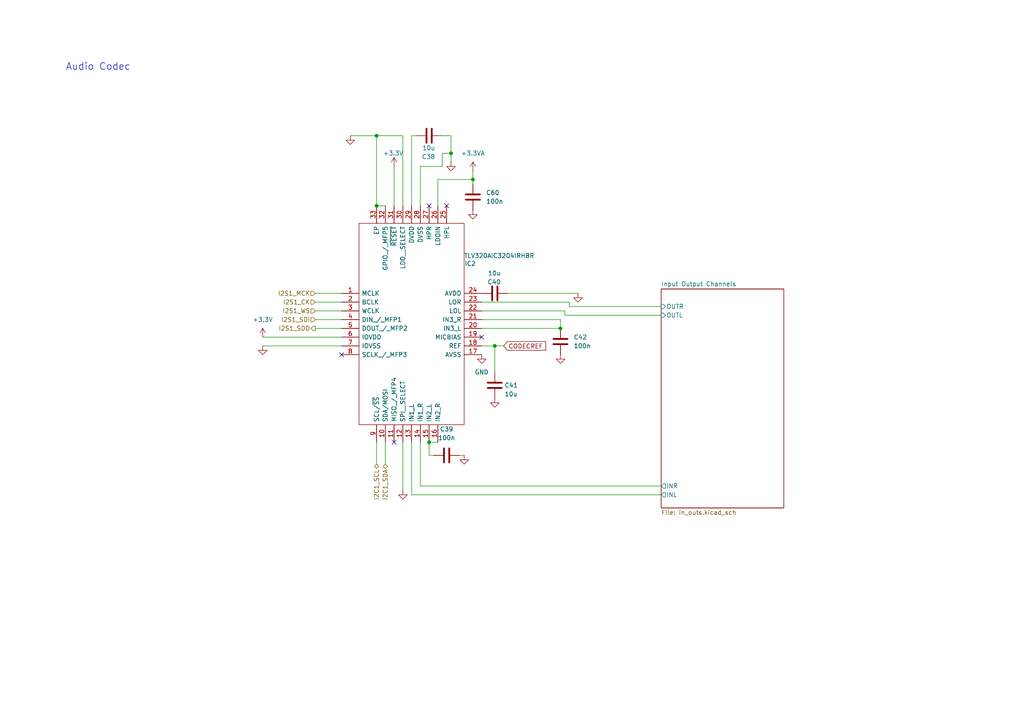
<source format=kicad_sch>
(kicad_sch (version 20231120) (generator "eeschema") (generator_version "8.0")
  (paper "A4")
  (lib_symbols
    (symbol "Device:C" (pin_numbers hide) (pin_names (offset 0.254))
      (property "Reference" "C" (at 0.635 2.54 0))
      (property "Value" "C" (at 0.635 -2.54 0))
      (symbol "C_0_1"
        (polyline (pts (xy -2.032 -0.762) (xy 2.032 -0.762)) (stroke (width 0.508)))
        (polyline (pts (xy -2.032 0.762) (xy 2.032 0.762)) (stroke (width 0.508)))
      )
      (symbol "C_1_1"
        (pin passive line (at 0 3.81 270) (length 2.794) (name "~") (number "1"))
        (pin passive line (at 0 -3.81 90) (length 2.794) (name "~") (number "2"))
      )
    )
    (symbol "Eurorack_components:TLV320AIC3204IRHBR" (pin_names (offset 0.762))
      (property "Reference" "IC1" (at 34.544 24.638 0))
      (property "Value" "TLV320AIC3204IRHBR" (at 42.926 21.844 0))
      (symbol "TLV320AIC3204IRHBR_0_0"
        (pin passive line (at 0 0 0) (length 5.08) (name "MCLK") (number "1"))
        (pin passive line (at 12.7 -43.18 90) (length 5.08) (name "SDA/MOSI") (number "10"))
        (pin passive line (at 15.24 -43.18 90) (length 5.08) (name "MISO_/_MFP4") (number "11"))
        (pin passive line (at 17.78 -43.18 90) (length 5.08) (name "SPI__SELECT") (number "12"))
        (pin passive line (at 20.32 -43.18 90) (length 5.08) (name "IN1_L") (number "13"))
        (pin passive line (at 22.86 -43.18 90) (length 5.08) (name "IN1_R") (number "14"))
        (pin passive line (at 25.4 -43.18 90) (length 5.08) (name "IN2_L") (number "15"))
        (pin passive line (at 27.94 -43.18 90) (length 5.08) (name "IN2_R") (number "16"))
        (pin passive line (at 40.64 -17.78 180) (length 5.08) (name "AVSS") (number "17"))
        (pin passive line (at 40.64 -15.24 180) (length 5.08) (name "REF") (number "18"))
        (pin passive line (at 40.64 -12.7 180) (length 5.08) (name "MICBIAS") (number "19"))
        (pin passive line (at 0 -2.54 0) (length 5.08) (name "BCLK") (number "2"))
        (pin passive line (at 40.64 -10.16 180) (length 5.08) (name "IN3_L") (number "20"))
        (pin passive line (at 40.64 -7.62 180) (length 5.08) (name "IN3_R") (number "21"))
        (pin passive line (at 40.64 -5.08 180) (length 5.08) (name "LOL") (number "22"))
        (pin passive line (at 40.64 -2.54 180) (length 5.08) (name "LOR") (number "23"))
        (pin passive line (at 40.64 0 180) (length 5.08) (name "AVDD") (number "24"))
        (pin passive line (at 30.48 25.4 270) (length 5.08) (name "HPL") (number "25"))
        (pin passive line (at 27.94 25.4 270) (length 5.08) (name "LDOIN") (number "26"))
        (pin passive line (at 25.4 25.4 270) (length 5.08) (name "HPR") (number "27"))
        (pin passive line (at 22.86 25.4 270) (length 5.08) (name "DVSS") (number "28"))
        (pin passive line (at 20.32 25.4 270) (length 5.08) (name "DVDD") (number "29"))
        (pin passive line (at 0 -5.08 0) (length 5.08) (name "WCLK") (number "3"))
        (pin passive line (at 17.78 25.4 270) (length 5.08) (name "LDO__SELECT") (number "30"))
        (pin passive line (at 15.24 25.4 270) (length 5.08) (name "~{RESET}") (number "31"))
        (pin passive line (at 12.7 25.4 270) (length 5.08) (name "GPIO_/_MFP5") (number "32"))
        (pin passive line (at 10.16 25.4 270) (length 5.08) (name "EP") (number "33"))
        (pin passive line (at 0 -7.62 0) (length 5.08) (name "DIN_/_MFP1") (number "4"))
        (pin passive line (at 0 -10.16 0) (length 5.08) (name "DOUT_/_MFP2") (number "5"))
        (pin passive line (at 0 -12.7 0) (length 5.08) (name "IOVDD") (number "6"))
        (pin passive line (at 0 -15.24 0) (length 5.08) (name "IOVSS") (number "7"))
        (pin passive line (at 0 -17.78 0) (length 5.08) (name "SCLK_/_MFP3") (number "8"))
        (pin passive line (at 10.16 -43.18 90) (length 5.08) (name "SCL/~{SS}") (number "9"))
      )
      (symbol "TLV320AIC3204IRHBR_0_1"
        (polyline (pts (xy 5.08 20.32) (xy 35.56 20.32) (xy 35.56 -38.1) (xy 5.08 -38.1) (xy 5.08 20.32)) (stroke (width 0.1524)))
      )
    )
    (symbol "power:+3.3VA" (power) (pin_numbers hide) (pin_names (offset 0) hide)
      (property "Value" "+3.3VA" (at 0 3.556 0))
      (symbol "+3.3VA_0_1"
        (polyline (pts (xy -0.762 1.27) (xy 0 2.54)))
        (polyline (pts (xy 0 0) (xy 0 2.54)))
        (polyline (pts (xy 0 2.54) (xy 0.762 1.27)))
      )
      (symbol "+3.3VA_1_1"
        (pin power_in line (at 0 0 90) (length 0) (name "~") (number "1"))
      )
    )
    (symbol "power:+3V3" (power) (pin_numbers hide) (pin_names (offset 0) hide)
      (property "Value" "+3V3" (at 0 3.556 0))
      (symbol "+3V3_0_1"
        (polyline (pts (xy -0.762 1.27) (xy 0 2.54)))
        (polyline (pts (xy 0 0) (xy 0 2.54)))
        (polyline (pts (xy 0 2.54) (xy 0.762 1.27)))
      )
      (symbol "+3V3_1_1"
        (pin power_in line (at 0 0 90) (length 0) (name "~") (number "1"))
      )
    )
    (symbol "power:GND" (power) (pin_numbers hide) (pin_names (offset 0) hide)
      (property "Value" "GND" (at 0 -3.81 0))
      (symbol "GND_0_1"
        (polyline (pts (xy 0 0) (xy 0 -1.27) (xy 1.27 -1.27) (xy 0 -2.54) (xy -1.27 -1.27) (xy 0 -1.27)))
      )
      (symbol "GND_1_1"
        (pin power_in line (at 0 0 270) (length 0) (name "~") (number "1"))
      )
    )
  )
  (junction (at 124.46 128.27))
  (junction (at 162.56 95.25))
  (junction (at 143.51 100.33))
  (junction (at 130.81 44.45))
  (junction (at 109.22 39.37))
  (junction (at 109.22 59.69))
  (junction (at 137.16 52.07))
  (no_connect (at 124.46 59.69))
  (no_connect (at 114.3 128.27))
  (no_connect (at 139.7 97.79))
  (no_connect (at 99.06 102.87))
  (no_connect (at 129.54 59.69))
  (wire (pts (xy 124.46 132.08) (xy 125.73 132.08)))
  (wire (pts (xy 139.7 95.25) (xy 162.56 95.25)))
  (wire (pts (xy 163.83 90.17) (xy 139.7 90.17)))
  (wire (pts (xy 116.84 128.27) (xy 116.84 142.24)))
  (wire (pts (xy 165.1 88.9) (xy 165.1 87.63)))
  (wire (pts (xy 128.27 44.45) (xy 130.81 44.45)))
  (wire (pts (xy 124.46 128.27) (xy 127 128.27)))
  (wire (pts (xy 134.62 132.08) (xy 133.35 132.08)))
  (wire (pts (xy 76.2 100.33) (xy 99.06 100.33)))
  (wire (pts (xy 119.38 39.37) (xy 120.65 39.37)))
  (wire (pts (xy 121.92 48.26) (xy 121.92 59.69)))
  (wire (pts (xy 139.7 92.71) (xy 162.56 92.71)))
  (wire (pts (xy 130.81 44.45) (xy 130.81 46.99)))
  (wire (pts (xy 130.81 39.37) (xy 130.81 44.45)))
  (wire (pts (xy 163.83 91.44) (xy 191.77 91.44)))
  (wire (pts (xy 99.06 85.09) (xy 91.44 85.09)))
  (wire (pts (xy 111.76 128.27) (xy 111.76 134.62)))
  (wire (pts (xy 162.56 92.71) (xy 162.56 95.25)))
  (wire (pts (xy 116.84 39.37) (xy 116.84 59.69)))
  (wire (pts (xy 163.83 91.44) (xy 163.83 90.17)))
  (wire (pts (xy 109.22 128.27) (xy 109.22 134.62)))
  (wire (pts (xy 127 52.07) (xy 127 59.69)))
  (wire (pts (xy 121.92 48.26) (xy 128.27 48.26)))
  (wire (pts (xy 137.16 52.07) (xy 137.16 53.34)))
  (wire (pts (xy 143.51 100.33) (xy 146.05 100.33)))
  (wire (pts (xy 143.51 100.33) (xy 143.51 107.95)))
  (wire (pts (xy 99.06 92.71) (xy 91.44 92.71)))
  (wire (pts (xy 99.06 87.63) (xy 91.44 87.63)))
  (wire (pts (xy 119.38 39.37) (xy 119.38 59.69)))
  (wire (pts (xy 109.22 59.69) (xy 109.22 39.37)))
  (wire (pts (xy 109.22 39.37) (xy 116.84 39.37)))
  (wire (pts (xy 167.64 85.09) (xy 147.32 85.09)))
  (wire (pts (xy 121.92 140.97) (xy 121.92 128.27)))
  (wire (pts (xy 139.7 100.33) (xy 143.51 100.33)))
  (wire (pts (xy 114.3 48.26) (xy 114.3 59.69)))
  (wire (pts (xy 137.16 49.53) (xy 137.16 52.07)))
  (wire (pts (xy 101.6 39.37) (xy 109.22 39.37)))
  (wire (pts (xy 191.77 140.97) (xy 121.92 140.97)))
  (wire (pts (xy 128.27 39.37) (xy 130.81 39.37)))
  (wire (pts (xy 128.27 48.26) (xy 128.27 44.45)))
  (wire (pts (xy 124.46 132.08) (xy 124.46 128.27)))
  (wire (pts (xy 99.06 90.17) (xy 91.44 90.17)))
  (wire (pts (xy 165.1 87.63) (xy 139.7 87.63)))
  (wire (pts (xy 109.22 59.69) (xy 111.76 59.69)))
  (wire (pts (xy 165.1 88.9) (xy 191.77 88.9)))
  (wire (pts (xy 119.38 128.27) (xy 119.38 143.51)))
  (wire (pts (xy 99.06 95.25) (xy 91.44 95.25)))
  (wire (pts (xy 99.06 97.79) (xy 76.2 97.79)))
  (wire (pts (xy 191.77 143.51) (xy 119.38 143.51)))
  (wire (pts (xy 137.16 52.07) (xy 127 52.07)))
  (text "Audio Codec" (at 19.05 18.288 0) (effects (font (size 2 2)) (justify left top)))
  (global_label "CODECREF" (shape input) (at 146.05 100.33 0) (property "Intersheetrefs" "${INTERSHEET_REFS}" (effects (hide yes))))
  (hierarchical_label "I2S1_SDO" (shape output) (at 91.44 95.25 180))
  (hierarchical_label "I2C1_SCL" (shape bidirectional) (at 109.22 134.62 270))
  (hierarchical_label "I2S1_MCK" (shape input) (at 91.44 85.09 180))
  (hierarchical_label "I2S1_WS" (shape input) (at 91.44 90.17 180))
  (hierarchical_label "I2S1_SDI" (shape input) (at 91.44 92.71 180))
  (hierarchical_label "I2C1_SDA" (shape bidirectional) (at 111.76 134.62 270))
  (hierarchical_label "I2S1_CK" (shape input) (at 91.44 87.63 180))
  (symbol (lib_id "power:GND") (at 167.64 85.09 0) (unit 1)
    (property "Reference" "#PWR061" (effects (hide yes)))
    (property "Value" "GND" (effects (hide yes)))
    (property "Description" "Power symbol creates a global label with name \"GND\" , ground" (effects (hide yes)))
  )
  (symbol (lib_id "power:GND") (at 137.16 60.96 0) (unit 1)
    (property "Reference" "#PWR0105" (effects (hide yes)))
    (property "Value" "GND" (effects (hide yes)))
    (property "Description" "Power symbol creates a global label with name \"GND\" , ground" (effects (hide yes)))
  )
  (symbol (lib_id "power:+3V3") (at 114.3 48.26 0) (unit 1)
    (property "Reference" "#PWR053" (effects (hide yes)))
    (property "Value" "+3.3V" (at 114.046 44.45 0))
    (property "Description" "Power symbol creates a global label with name \"+3V3\"" (effects (hide yes)))
  )
  (symbol (lib_id "power:GND") (at 134.62 132.08 0) (unit 1)
    (property "Reference" "#PWR056" (effects (hide yes)))
    (property "Value" "GND" (effects (hide yes)))
    (property "Description" "Power symbol creates a global label with name \"GND\" , ground" (effects (hide yes)))
  )
  (symbol (lib_id "Device:C") (at 143.51 111.76 180) (unit 1)
    (property "Reference" "C41" (at 146.304 111.76 0) (effects (justify right)))
    (property "Value" "10u" (at 146.304 114.3 0) (effects (justify right)))
    (property "Footprint" "Capacitor_SMD:C_0603_1608Metric" (effects (hide yes)))
    (property "Description" "Unpolarized capacitor" (effects (hide yes)))
    (property "Manufacturer_Name" " Murata Electronics " (effects (hide yes)))
    (property "Manufacturer_Part_Number" " GRM188R61E106KA73D " (effects (hide yes)))
    (property "Mouser Part Number" " 81-GRM188R61E106KA3D " (effects (hide yes)))
  )
  (symbol (lib_id "Device:C") (at 124.46 39.37 270) (unit 1)
    (property "Reference" "C38" (at 126.238 45.466 90) (effects (justify right)))
    (property "Value" "10u" (at 126.238 42.926 90) (effects (justify right)))
    (property "Footprint" "Capacitor_SMD:C_0603_1608Metric" (effects (hide yes)))
    (property "Description" "Unpolarized capacitor" (effects (hide yes)))
    (property "Manufacturer_Name" " Murata Electronics " (effects (hide yes)))
    (property "Manufacturer_Part_Number" " GRM188R61E106KA73D " (effects (hide yes)))
    (property "Mouser Part Number" " 81-GRM188R61E106KA3D " (effects (hide yes)))
  )
  (symbol (lib_id "Device:C") (at 143.51 85.09 270) (unit 1)
    (property "Reference" "C40" (at 145.288 81.788 90) (effects (justify right)))
    (property "Value" "10u" (at 145.288 79.248 90) (effects (justify right)))
    (property "Footprint" "Capacitor_SMD:C_0603_1608Metric" (effects (hide yes)))
    (property "Description" "Unpolarized capacitor" (effects (hide yes)))
    (property "Manufacturer_Name" " Murata Electronics " (effects (hide yes)))
    (property "Manufacturer_Part_Number" " GRM188R61E106KA73D " (effects (hide yes)))
    (property "Mouser Part Number" " 81-GRM188R61E106KA3D " (effects (hide yes)))
  )
  (symbol (lib_id "power:GND") (at 162.56 102.87 0) (unit 1)
    (property "Reference" "#PWR060" (effects (hide yes)))
    (property "Value" "GND" (effects (hide yes)))
    (property "Description" "Power symbol creates a global label with name \"GND\" , ground" (effects (hide yes)))
  )
  (symbol (lib_id "Eurorack_components:TLV320AIC3204IRHBR") (at 99.06 85.09 0) (unit 1)
    (property "Reference" "IC2" (at 136.398 76.454 0))
    (property "Value" "TLV320AIC3204IRHBR" (at 144.78 74.168 0))
    (property "Footprint" "Eurorack:TLV320AIC3204IRHBR" (effects (hide yes)))
    (property "Datasheet" "http://www.ti.com/lit/gpn/tlv320aic3204" (effects (hide yes)))
    (property "Description" "Very-Low-Power Stereo Audio CODEC With PowerTune Technology" (effects (hide yes)))
    (property "Description_1" "Very-Low-Power Stereo Audio CODEC With PowerTune Technology" (effects (hide yes)))
    (property "Height" "1" (effects (hide yes)))
    (property "Mouser Part Number" "595-V320AIC3204IRHBR" (effects (hide yes)))
    (property "Mouser Price/Stock" "https://www.mouser.co.uk/ProductDetail/Texas-Instruments/TLV320AIC3204IRHBR?qs=QJfls%252B0L4ChDpvXOhuEdtQ%3D%3D" (effects (hide yes)))
    (property "Manufacturer_Name" "Texas Instruments" (effects (hide yes)))
    (property "Manufacturer_Part_Number" "TLV320AIC3204IRHBR" (effects (hide yes)))
  )
  (symbol (lib_id "Device:C") (at 162.56 99.06 180) (unit 1)
    (property "Reference" "C42" (at 166.37 97.7899 0) (effects (justify right)))
    (property "Value" "100n" (at 166.37 100.3299 0) (effects (justify right)))
    (property "Footprint" "Capacitor_SMD:C_0603_1608Metric" (effects (hide yes)))
    (property "Description" "Unpolarized capacitor" (effects (hide yes)))
    (property "Manufacturer_Name" "KYOCERA AVX " (effects (hide yes)))
    (property "Manufacturer_Part_Number" "KAF15BR72A104KT" (effects (hide yes)))
    (property "Mouser Part Number" "581-KAF15BR72A104KT" (effects (hide yes)))
  )
  (symbol (lib_id "power:+3V3") (at 76.2 97.79 0) (unit 1)
    (property "Reference" "#PWR050" (effects (hide yes)))
    (property "Value" "+3.3V" (at 76.2 92.71 0))
    (property "Description" "Power symbol creates a global label with name \"+3V3\"" (effects (hide yes)))
  )
  (symbol (lib_id "power:GND") (at 101.6 39.37 0) (unit 1)
    (property "Reference" "#PWR052" (effects (hide yes)))
    (property "Value" "GND" (effects (hide yes)))
    (property "Description" "Power symbol creates a global label with name \"GND\" , ground" (effects (hide yes)))
  )
  (symbol (lib_id "power:GND") (at 130.81 46.99 0) (unit 1)
    (property "Reference" "#PWR055" (effects (hide yes)))
    (property "Value" "GND" (effects (hide yes)))
    (property "Description" "Power symbol creates a global label with name \"GND\" , ground" (effects (hide yes)))
  )
  (symbol (lib_id "power:GND") (at 143.51 115.57 0) (unit 1)
    (property "Reference" "#PWR059" (effects (hide yes)))
    (property "Value" "GND" (effects (hide yes)))
    (property "Description" "Power symbol creates a global label with name \"GND\" , ground" (effects (hide yes)))
  )
  (symbol (lib_id "power:GND") (at 76.2 100.33 0) (unit 1)
    (property "Reference" "#PWR051" (effects (hide yes)))
    (property "Value" "GND" (effects (hide yes)))
    (property "Description" "Power symbol creates a global label with name \"GND\" , ground" (effects (hide yes)))
  )
  (symbol (lib_id "Device:C") (at 129.54 132.08 90) (unit 1)
    (property "Reference" "C39" (at 129.54 124.46 90))
    (property "Value" "100n" (at 129.54 127 90))
    (property "Footprint" "Capacitor_SMD:C_0603_1608Metric" (effects (hide yes)))
    (property "Description" "Unpolarized capacitor" (effects (hide yes)))
    (property "Manufacturer_Name" "KYOCERA AVX " (effects (hide yes)))
    (property "Manufacturer_Part_Number" "KAF15BR72A104KT" (effects (hide yes)))
    (property "Mouser Part Number" "581-KAF15BR72A104KT" (effects (hide yes)))
  )
  (symbol (lib_id "power:GND") (at 139.7 102.87 0) (unit 1)
    (property "Reference" "#PWR058" (effects (hide yes)))
    (property "Value" "GND" (at 139.7 107.95 0))
    (property "Description" "Power symbol creates a global label with name \"GND\" , ground" (effects (hide yes)))
  )
  (symbol (lib_id "power:+3.3VA") (at 137.16 49.53 0) (unit 1)
    (property "Reference" "#PWR057" (effects (hide yes)))
    (property "Value" "+3.3VA" (at 137.16 44.45 0))
    (property "Description" "Power symbol creates a global label with name \"+3.3VA\"" (effects (hide yes)))
  )
  (symbol (lib_id "power:GND") (at 116.84 142.24 0) (unit 1)
    (property "Reference" "#PWR054" (effects (hide yes)))
    (property "Value" "GND" (effects (hide yes)))
    (property "Description" "Power symbol creates a global label with name \"GND\" , ground" (effects (hide yes)))
  )
  (symbol (lib_id "Device:C") (at 137.16 57.15 0) (unit 1)
    (property "Reference" "C60" (at 140.97 55.8799 0) (effects (justify left)))
    (property "Value" "100n" (at 140.97 58.4199 0) (effects (justify left)))
    (property "Footprint" "Capacitor_SMD:C_0603_1608Metric" (effects (hide yes)))
    (property "Description" "Unpolarized capacitor" (effects (hide yes)))
    (property "Manufacturer_Name" "KYOCERA AVX " (effects (hide yes)))
    (property "Manufacturer_Part_Number" "KAF15BR72A104KT" (effects (hide yes)))
    (property "Mouser Part Number" "581-KAF15BR72A104KT" (effects (hide yes)))
  )
  (sheet (at 191.77 83.82) (size 35.56 63.5) (stroke (width 0.1524))
    (property "Sheetname" "Input Output Channels" (at 191.77 83.1084 0) (effects (justify left bottom)))
    (property "Sheetfile" "in_outs.kicad_sch" (at 191.77 147.9046 0) (effects (justify left top)))
    (pin "OUTL" input (at 191.77 91.44 180))
    (pin "INR" output (at 191.77 140.97 180))
    (pin "INL" output (at 191.77 143.51 180))
    (pin "OUTR" input (at 191.77 88.9 180))
  )
)
</source>
